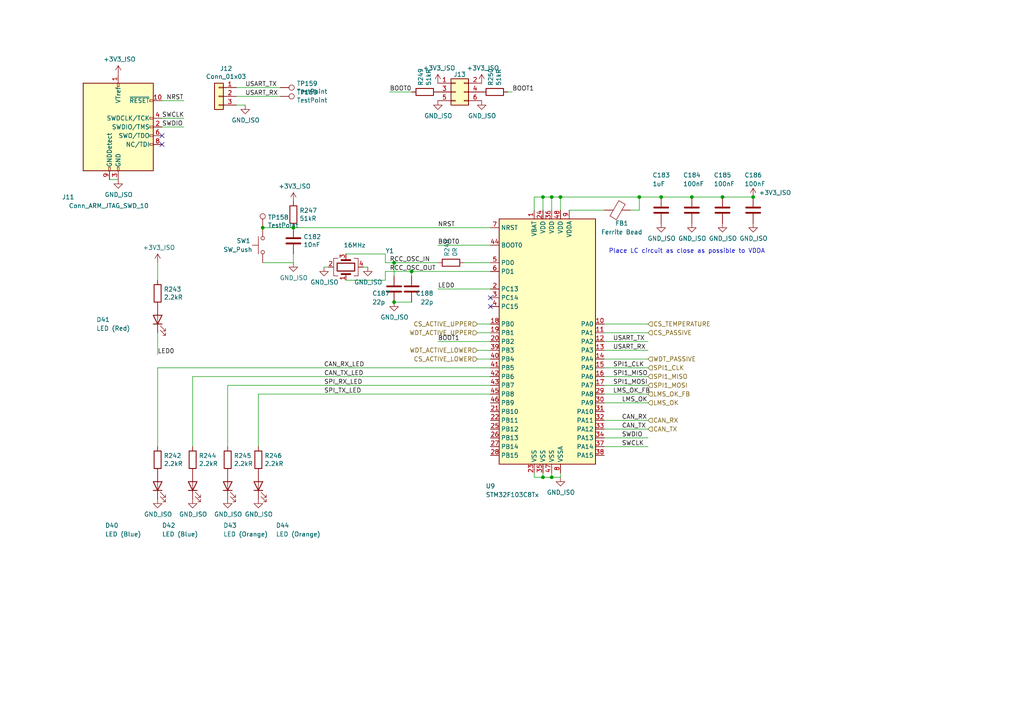
<source format=kicad_sch>
(kicad_sch (version 20211123) (generator eeschema)
  (paper "A4")
  (lib_symbols
    (symbol "+3V3_ISO_1" (power) (pin_names (offset 0))
      (property "Value" "+3V3_ISO_1" (at 0 3.556 0))
      (symbol "+3V3_ISO_1_0_1"
        (polyline (pts (xy -0.762 1.27) (xy 0 2.54)))
        (polyline (pts (xy 0 0) (xy 0 2.54)))
        (polyline (pts (xy 0 2.54) (xy 0.762 1.27)))
      )
      (symbol "+3V3_ISO_1_1_1"
        (pin power_in line (at 0 0 90) (length 0) hide (name "+3V3_ISO") (number "1"))
      )
    )
    (symbol "+3V3_ISO_2" (power) (pin_names (offset 0))
      (property "Value" "+3V3_ISO_2" (at 0 3.556 0))
      (symbol "+3V3_ISO_2_0_1"
        (polyline (pts (xy -0.762 1.27) (xy 0 2.54)))
        (polyline (pts (xy 0 0) (xy 0 2.54)))
        (polyline (pts (xy 0 2.54) (xy 0.762 1.27)))
      )
      (symbol "+3V3_ISO_2_1_1"
        (pin power_in line (at 0 0 90) (length 0) hide (name "+3V3_ISO") (number "1"))
      )
    )
    (symbol "+3V3_ISO_3" (power) (pin_names (offset 0))
      (property "Value" "+3V3_ISO_3" (at 0 3.556 0))
      (symbol "+3V3_ISO_3_0_1"
        (polyline (pts (xy -0.762 1.27) (xy 0 2.54)))
        (polyline (pts (xy 0 0) (xy 0 2.54)))
        (polyline (pts (xy 0 2.54) (xy 0.762 1.27)))
      )
      (symbol "+3V3_ISO_3_1_1"
        (pin power_in line (at 0 0 90) (length 0) hide (name "+3V3_ISO") (number "1"))
      )
    )
    (symbol "+3V3_ISO_4" (power) (pin_names (offset 0))
      (property "Value" "+3V3_ISO_4" (at 0 3.556 0))
      (symbol "+3V3_ISO_4_0_1"
        (polyline (pts (xy -0.762 1.27) (xy 0 2.54)))
        (polyline (pts (xy 0 0) (xy 0 2.54)))
        (polyline (pts (xy 0 2.54) (xy 0.762 1.27)))
      )
      (symbol "+3V3_ISO_4_1_1"
        (pin power_in line (at 0 0 90) (length 0) hide (name "+3V3_ISO") (number "1"))
      )
    )
    (symbol "+3v3_iso:+3V3_ISO" (power) (pin_names (offset 0))
      (property "Value" "+3V3_ISO" (at 0 3.556 0))
      (symbol "+3V3_ISO_0_1"
        (polyline (pts (xy -0.762 1.27) (xy 0 2.54)))
        (polyline (pts (xy 0 0) (xy 0 2.54)))
        (polyline (pts (xy 0 2.54) (xy 0.762 1.27)))
      )
      (symbol "+3V3_ISO_1_1"
        (pin power_in line (at 0 0 90) (length 0) hide (name "+3V3_ISO") (number "1"))
      )
    )
    (symbol "Connector:Conn_ARM_JTAG_SWD_10" (pin_names (offset 1.016))
      (property "Reference" "J" (at -2.54 16.51 0))
      (property "Value" "Conn_ARM_JTAG_SWD_10" (at -2.54 13.97 0))
      (symbol "Conn_ARM_JTAG_SWD_10_0_1"
        (rectangle (start -10.16 12.7) (end 10.16 -12.7) (stroke (width 0.254)) (fill (type background)))
        (rectangle (start -2.794 -12.7) (end -2.286 -11.684))
        (rectangle (start -0.254 -12.7) (end 0.254 -11.684))
        (rectangle (start -0.254 12.7) (end 0.254 11.684))
        (rectangle (start 9.144 2.286) (end 10.16 2.794))
        (rectangle (start 10.16 -2.794) (end 9.144 -2.286))
        (rectangle (start 10.16 -0.254) (end 9.144 0.254))
        (rectangle (start 10.16 7.874) (end 9.144 7.366))
      )
      (symbol "Conn_ARM_JTAG_SWD_10_1_1"
        (rectangle (start 9.144 -5.334) (end 10.16 -4.826))
        (pin power_in line (at 0 15.24 270) (length 2.54) (name "VTref") (number "1"))
        (pin open_collector line (at 12.7 7.62 180) (length 2.54) (name "~{RESET}") (number "10"))
        (pin bidirectional line (at 12.7 0 180) (length 2.54) (name "SWDIO/TMS") (number "2"))
        (pin power_in line (at 0 -15.24 90) (length 2.54) (name "GND") (number "3"))
        (pin output line (at 12.7 2.54 180) (length 2.54) (name "SWDCLK/TCK") (number "4"))
        (pin passive line (at 0 -15.24 90) (length 2.54) hide (name "GND") (number "5"))
        (pin input line (at 12.7 -2.54 180) (length 2.54) (name "SWO/TDO") (number "6"))
        (pin no_connect line (at -10.16 0 0) (length 2.54) hide (name "KEY") (number "7"))
        (pin output line (at 12.7 -5.08 180) (length 2.54) (name "NC/TDI") (number "8"))
        (pin passive line (at -2.54 -15.24 90) (length 2.54) (name "GNDDetect") (number "9"))
      )
    )
    (symbol "Connector:TestPoint" (pin_numbers hide) (pin_names (offset 0.762) hide)
      (property "Reference" "TP" (at 0 6.858 0))
      (property "Value" "TestPoint" (at 0 5.08 0))
      (symbol "TestPoint_0_1"
        (circle (center 0 3.302) (radius 0.762))
      )
      (symbol "TestPoint_1_1"
        (pin passive line (at 0 0 90) (length 2.54) (name "1") (number "1"))
      )
    )
    (symbol "Connector_Generic:Conn_01x03" (pin_names (offset 1.016) hide)
      (property "Reference" "J" (at 0 5.08 0))
      (property "Value" "Conn_01x03" (at 0 -5.08 0))
      (symbol "Conn_01x03_1_1"
        (rectangle (start -1.27 -2.413) (end 0 -2.667) (stroke (width 0.1524)))
        (rectangle (start -1.27 0.127) (end 0 -0.127) (stroke (width 0.1524)))
        (rectangle (start -1.27 2.667) (end 0 2.413) (stroke (width 0.1524)))
        (rectangle (start -1.27 3.81) (end 1.27 -3.81) (stroke (width 0.254)) (fill (type background)))
        (pin passive line (at -5.08 2.54 0) (length 3.81) (name "Pin_1") (number "1"))
        (pin passive line (at -5.08 0 0) (length 3.81) (name "Pin_2") (number "2"))
        (pin passive line (at -5.08 -2.54 0) (length 3.81) (name "Pin_3") (number "3"))
      )
    )
    (symbol "Connector_Generic:Conn_02x03_Odd_Even" (pin_names (offset 1.016) hide)
      (property "Reference" "J" (at 1.27 5.08 0))
      (property "Value" "Conn_02x03_Odd_Even" (at 1.27 -5.08 0))
      (symbol "Conn_02x03_Odd_Even_1_1"
        (rectangle (start -1.27 -2.413) (end 0 -2.667) (stroke (width 0.1524)))
        (rectangle (start -1.27 0.127) (end 0 -0.127) (stroke (width 0.1524)))
        (rectangle (start -1.27 2.667) (end 0 2.413) (stroke (width 0.1524)))
        (rectangle (start -1.27 3.81) (end 3.81 -3.81) (stroke (width 0.254)) (fill (type background)))
        (rectangle (start 3.81 -2.413) (end 2.54 -2.667) (stroke (width 0.1524)))
        (rectangle (start 3.81 0.127) (end 2.54 -0.127) (stroke (width 0.1524)))
        (rectangle (start 3.81 2.667) (end 2.54 2.413) (stroke (width 0.1524)))
        (pin passive line (at -5.08 2.54 0) (length 3.81) (name "Pin_1") (number "1"))
        (pin passive line (at 7.62 2.54 180) (length 3.81) (name "Pin_2") (number "2"))
        (pin passive line (at -5.08 0 0) (length 3.81) (name "Pin_3") (number "3"))
        (pin passive line (at 7.62 0 180) (length 3.81) (name "Pin_4") (number "4"))
        (pin passive line (at -5.08 -2.54 0) (length 3.81) (name "Pin_5") (number "5"))
        (pin passive line (at 7.62 -2.54 180) (length 3.81) (name "Pin_6") (number "6"))
      )
    )
    (symbol "Device:C" (pin_numbers hide) (pin_names (offset 0.254))
      (property "Reference" "C" (at 0.635 2.54 0))
      (property "Value" "C" (at 0.635 -2.54 0))
      (symbol "C_0_1"
        (polyline (pts (xy -2.032 -0.762) (xy 2.032 -0.762)) (stroke (width 0.508)))
        (polyline (pts (xy -2.032 0.762) (xy 2.032 0.762)) (stroke (width 0.508)))
      )
      (symbol "C_1_1"
        (pin passive line (at 0 3.81 270) (length 2.794) (name "~") (number "1"))
        (pin passive line (at 0 -3.81 90) (length 2.794) (name "~") (number "2"))
      )
    )
    (symbol "Device:Crystal_GND24" (pin_names (offset 1.016) hide)
      (property "Reference" "Y" (at 3.175 5.08 0))
      (property "Value" "Crystal_GND24" (at 3.175 3.175 0))
      (symbol "Crystal_GND24_0_1"
        (rectangle (start -1.143 2.54) (end 1.143 -2.54) (stroke (width 0.3048)))
        (polyline (pts (xy -2.54 0) (xy -2.032 0)))
        (polyline (pts (xy -2.032 -1.27) (xy -2.032 1.27)) (stroke (width 0.508)))
        (polyline (pts (xy 0 -3.81) (xy 0 -3.556)))
        (polyline (pts (xy 0 3.556) (xy 0 3.81)))
        (polyline (pts (xy 2.032 -1.27) (xy 2.032 1.27)) (stroke (width 0.508)))
        (polyline (pts (xy 2.032 0) (xy 2.54 0)))
        (polyline (pts (xy -2.54 -2.286) (xy -2.54 -3.556) (xy 2.54 -3.556) (xy 2.54 -2.286)))
        (polyline (pts (xy -2.54 2.286) (xy -2.54 3.556) (xy 2.54 3.556) (xy 2.54 2.286)))
      )
      (symbol "Crystal_GND24_1_1"
        (pin passive line (at -3.81 0 0) (length 1.27) (name "1") (number "1"))
        (pin passive line (at 0 5.08 270) (length 1.27) (name "2") (number "2"))
        (pin passive line (at 3.81 0 180) (length 1.27) (name "3") (number "3"))
        (pin passive line (at 0 -5.08 90) (length 1.27) (name "4") (number "4"))
      )
    )
    (symbol "Device:FerriteBead" (pin_numbers hide) (pin_names (offset 0))
      (property "Reference" "FB" (at -3.81 0.635 90))
      (property "Value" "FerriteBead" (at 3.81 0 90))
      (symbol "FerriteBead_0_1"
        (polyline (pts (xy 0 -1.27) (xy 0 -1.2192)))
        (polyline (pts (xy 0 1.27) (xy 0 1.2954)))
        (polyline (pts (xy -2.7686 0.4064) (xy -1.7018 2.2606) (xy 2.7686 -0.3048) (xy 1.6764 -2.159) (xy -2.7686 0.4064)))
      )
      (symbol "FerriteBead_1_1"
        (pin passive line (at 0 3.81 270) (length 2.54) (name "~") (number "1"))
        (pin passive line (at 0 -3.81 90) (length 2.54) (name "~") (number "2"))
      )
    )
    (symbol "Device:LED" (pin_numbers hide) (pin_names (offset 1.016) hide)
      (property "Reference" "D" (at 0 2.54 0))
      (property "Value" "LED" (at 0 -2.54 0))
      (symbol "LED_0_1"
        (polyline (pts (xy -1.27 -1.27) (xy -1.27 1.27)) (stroke (width 0.254)))
        (polyline (pts (xy -1.27 0) (xy 1.27 0)))
        (polyline (pts (xy 1.27 -1.27) (xy 1.27 1.27) (xy -1.27 0) (xy 1.27 -1.27)) (stroke (width 0.254)))
        (polyline (pts (xy -3.048 -0.762) (xy -4.572 -2.286) (xy -3.81 -2.286) (xy -4.572 -2.286) (xy -4.572 -1.524)))
        (polyline (pts (xy -1.778 -0.762) (xy -3.302 -2.286) (xy -2.54 -2.286) (xy -3.302 -2.286) (xy -3.302 -1.524)))
      )
      (symbol "LED_1_1"
        (pin passive line (at -3.81 0 0) (length 2.54) (name "K") (number "1"))
        (pin passive line (at 3.81 0 180) (length 2.54) (name "A") (number "2"))
      )
    )
    (symbol "Device:R" (pin_numbers hide) (pin_names (offset 0))
      (property "Reference" "R" (at 2.032 0 90))
      (property "Value" "R" (at 0 0 90))
      (symbol "R_0_1"
        (rectangle (start -1.016 -2.54) (end 1.016 2.54) (stroke (width 0.254)))
      )
      (symbol "R_1_1"
        (pin passive line (at 0 3.81 270) (length 1.27) (name "~") (number "1"))
        (pin passive line (at 0 -3.81 90) (length 1.27) (name "~") (number "2"))
      )
    )
    (symbol "GND_ISO_1" (power) (pin_names (offset 0))
      (property "Value" "GND_ISO_1" (at 0 -3.81 0))
      (symbol "GND_ISO_1_0_1"
        (polyline (pts (xy 0 0) (xy 0 -1.27) (xy 1.27 -1.27) (xy 0 -2.54) (xy -1.27 -1.27) (xy 0 -1.27)))
      )
      (symbol "GND_ISO_1_1_1"
        (pin power_in line (at 0 0 270) (length 0) hide (name "GND_ISO") (number "1"))
      )
    )
    (symbol "GND_ISO_10" (power) (pin_names (offset 0))
      (property "Value" "GND_ISO_10" (at 0 -3.81 0))
      (symbol "GND_ISO_10_0_1"
        (polyline (pts (xy 0 0) (xy 0 -1.27) (xy 1.27 -1.27) (xy 0 -2.54) (xy -1.27 -1.27) (xy 0 -1.27)))
      )
      (symbol "GND_ISO_10_1_1"
        (pin power_in line (at 0 0 270) (length 0) hide (name "GND_ISO") (number "1"))
      )
    )
    (symbol "GND_ISO_11" (power) (pin_names (offset 0))
      (property "Value" "GND_ISO_11" (at 0 -3.81 0))
      (symbol "GND_ISO_11_0_1"
        (polyline (pts (xy 0 0) (xy 0 -1.27) (xy 1.27 -1.27) (xy 0 -2.54) (xy -1.27 -1.27) (xy 0 -1.27)))
      )
      (symbol "GND_ISO_11_1_1"
        (pin power_in line (at 0 0 270) (length 0) hide (name "GND_ISO") (number "1"))
      )
    )
    (symbol "GND_ISO_12" (power) (pin_names (offset 0))
      (property "Value" "GND_ISO_12" (at 0 -3.81 0))
      (symbol "GND_ISO_12_0_1"
        (polyline (pts (xy 0 0) (xy 0 -1.27) (xy 1.27 -1.27) (xy 0 -2.54) (xy -1.27 -1.27) (xy 0 -1.27)))
      )
      (symbol "GND_ISO_12_1_1"
        (pin power_in line (at 0 0 270) (length 0) hide (name "GND_ISO") (number "1"))
      )
    )
    (symbol "GND_ISO_13" (power) (pin_names (offset 0))
      (property "Value" "GND_ISO_13" (at 0 -3.81 0))
      (symbol "GND_ISO_13_0_1"
        (polyline (pts (xy 0 0) (xy 0 -1.27) (xy 1.27 -1.27) (xy 0 -2.54) (xy -1.27 -1.27) (xy 0 -1.27)))
      )
      (symbol "GND_ISO_13_1_1"
        (pin power_in line (at 0 0 270) (length 0) hide (name "GND_ISO") (number "1"))
      )
    )
    (symbol "GND_ISO_14" (power) (pin_names (offset 0))
      (property "Value" "GND_ISO_14" (at 0 -3.81 0))
      (symbol "GND_ISO_14_0_1"
        (polyline (pts (xy 0 0) (xy 0 -1.27) (xy 1.27 -1.27) (xy 0 -2.54) (xy -1.27 -1.27) (xy 0 -1.27)))
      )
      (symbol "GND_ISO_14_1_1"
        (pin power_in line (at 0 0 270) (length 0) hide (name "GND_ISO") (number "1"))
      )
    )
    (symbol "GND_ISO_16" (power) (pin_names (offset 0))
      (property "Value" "GND_ISO_16" (at 0 -3.81 0))
      (symbol "GND_ISO_16_0_1"
        (polyline (pts (xy 0 0) (xy 0 -1.27) (xy 1.27 -1.27) (xy 0 -2.54) (xy -1.27 -1.27) (xy 0 -1.27)))
      )
      (symbol "GND_ISO_16_1_1"
        (pin power_in line (at 0 0 270) (length 0) hide (name "GND_ISO") (number "1"))
      )
    )
    (symbol "GND_ISO_17" (power) (pin_names (offset 0))
      (property "Value" "GND_ISO_17" (at 0 -3.81 0))
      (symbol "GND_ISO_17_0_1"
        (polyline (pts (xy 0 0) (xy 0 -1.27) (xy 1.27 -1.27) (xy 0 -2.54) (xy -1.27 -1.27) (xy 0 -1.27)))
      )
      (symbol "GND_ISO_17_1_1"
        (pin power_in line (at 0 0 270) (length 0) hide (name "GND_ISO") (number "1"))
      )
    )
    (symbol "GND_ISO_2" (power) (pin_names (offset 0))
      (property "Value" "GND_ISO_2" (at 0 -3.81 0))
      (symbol "GND_ISO_2_0_1"
        (polyline (pts (xy 0 0) (xy 0 -1.27) (xy 1.27 -1.27) (xy 0 -2.54) (xy -1.27 -1.27) (xy 0 -1.27)))
      )
      (symbol "GND_ISO_2_1_1"
        (pin power_in line (at 0 0 270) (length 0) hide (name "GND_ISO") (number "1"))
      )
    )
    (symbol "GND_ISO_3" (power) (pin_names (offset 0))
      (property "Value" "GND_ISO_3" (at 0 -3.81 0))
      (symbol "GND_ISO_3_0_1"
        (polyline (pts (xy 0 0) (xy 0 -1.27) (xy 1.27 -1.27) (xy 0 -2.54) (xy -1.27 -1.27) (xy 0 -1.27)))
      )
      (symbol "GND_ISO_3_1_1"
        (pin power_in line (at 0 0 270) (length 0) hide (name "GND_ISO") (number "1"))
      )
    )
    (symbol "GND_ISO_4" (power) (pin_names (offset 0))
      (property "Value" "GND_ISO_4" (at 0 -3.81 0))
      (symbol "GND_ISO_4_0_1"
        (polyline (pts (xy 0 0) (xy 0 -1.27) (xy 1.27 -1.27) (xy 0 -2.54) (xy -1.27 -1.27) (xy 0 -1.27)))
      )
      (symbol "GND_ISO_4_1_1"
        (pin power_in line (at 0 0 270) (length 0) hide (name "GND_ISO") (number "1"))
      )
    )
    (symbol "GND_ISO_5" (power) (pin_names (offset 0))
      (property "Value" "GND_ISO_5" (at 0 -3.81 0))
      (symbol "GND_ISO_5_0_1"
        (polyline (pts (xy 0 0) (xy 0 -1.27) (xy 1.27 -1.27) (xy 0 -2.54) (xy -1.27 -1.27) (xy 0 -1.27)))
      )
      (symbol "GND_ISO_5_1_1"
        (pin power_in line (at 0 0 270) (length 0) hide (name "GND_ISO") (number "1"))
      )
    )
    (symbol "GND_ISO_6" (power) (pin_names (offset 0))
      (property "Value" "GND_ISO_6" (at 0 -3.81 0))
      (symbol "GND_ISO_6_0_1"
        (polyline (pts (xy 0 0) (xy 0 -1.27) (xy 1.27 -1.27) (xy 0 -2.54) (xy -1.27 -1.27) (xy 0 -1.27)))
      )
      (symbol "GND_ISO_6_1_1"
        (pin power_in line (at 0 0 270) (length 0) hide (name "GND_ISO") (number "1"))
      )
    )
    (symbol "GND_ISO_7" (power) (pin_names (offset 0))
      (property "Value" "GND_ISO_7" (at 0 -3.81 0))
      (symbol "GND_ISO_7_0_1"
        (polyline (pts (xy 0 0) (xy 0 -1.27) (xy 1.27 -1.27) (xy 0 -2.54) (xy -1.27 -1.27) (xy 0 -1.27)))
      )
      (symbol "GND_ISO_7_1_1"
        (pin power_in line (at 0 0 270) (length 0) hide (name "GND_ISO") (number "1"))
      )
    )
    (symbol "GND_ISO_8" (power) (pin_names (offset 0))
      (property "Value" "GND_ISO_8" (at 0 -3.81 0))
      (symbol "GND_ISO_8_0_1"
        (polyline (pts (xy 0 0) (xy 0 -1.27) (xy 1.27 -1.27) (xy 0 -2.54) (xy -1.27 -1.27) (xy 0 -1.27)))
      )
      (symbol "GND_ISO_8_1_1"
        (pin power_in line (at 0 0 270) (length 0) hide (name "GND_ISO") (number "1"))
      )
    )
    (symbol "GND_ISO_9" (power) (pin_names (offset 0))
      (property "Value" "GND_ISO_9" (at 0 -3.81 0))
      (symbol "GND_ISO_9_0_1"
        (polyline (pts (xy 0 0) (xy 0 -1.27) (xy 1.27 -1.27) (xy 0 -2.54) (xy -1.27 -1.27) (xy 0 -1.27)))
      )
      (symbol "GND_ISO_9_1_1"
        (pin power_in line (at 0 0 270) (length 0) hide (name "GND_ISO") (number "1"))
      )
    )
    (symbol "MCU_ST_STM32F1:STM32F103C8Tx"
      (property "Reference" "U" (at -15.24 36.83 0))
      (property "Value" "STM32F103C8Tx" (at 7.62 36.83 0))
      (symbol "STM32F103C8Tx_0_1"
        (rectangle (start -15.24 -35.56) (end 12.7 35.56) (stroke (width 0.254)) (fill (type background)))
      )
      (symbol "STM32F103C8Tx_1_1"
        (pin power_in line (at -5.08 38.1 270) (length 2.54) (name "VBAT") (number "1"))
        (pin bidirectional line (at 15.24 5.08 180) (length 2.54) (name "PA0") (number "10"))
        (pin bidirectional line (at 15.24 2.54 180) (length 2.54) (name "PA1") (number "11"))
        (pin bidirectional line (at 15.24 0 180) (length 2.54) (name "PA2") (number "12"))
        (pin bidirectional line (at 15.24 -2.54 180) (length 2.54) (name "PA3") (number "13"))
        (pin bidirectional line (at 15.24 -5.08 180) (length 2.54) (name "PA4") (number "14"))
        (pin bidirectional line (at 15.24 -7.62 180) (length 2.54) (name "PA5") (number "15"))
        (pin bidirectional line (at 15.24 -10.16 180) (length 2.54) (name "PA6") (number "16"))
        (pin bidirectional line (at 15.24 -12.7 180) (length 2.54) (name "PA7") (number "17"))
        (pin bidirectional line (at -17.78 5.08 0) (length 2.54) (name "PB0") (number "18"))
        (pin bidirectional line (at -17.78 2.54 0) (length 2.54) (name "PB1") (number "19"))
        (pin bidirectional line (at -17.78 15.24 0) (length 2.54) (name "PC13") (number "2"))
        (pin bidirectional line (at -17.78 0 0) (length 2.54) (name "PB2") (number "20"))
        (pin bidirectional line (at -17.78 -20.32 0) (length 2.54) (name "PB10") (number "21"))
        (pin bidirectional line (at -17.78 -22.86 0) (length 2.54) (name "PB11") (number "22"))
        (pin power_in line (at -5.08 -38.1 90) (length 2.54) (name "VSS") (number "23"))
        (pin power_in line (at -2.54 38.1 270) (length 2.54) (name "VDD") (number "24"))
        (pin bidirectional line (at -17.78 -25.4 0) (length 2.54) (name "PB12") (number "25"))
        (pin bidirectional line (at -17.78 -27.94 0) (length 2.54) (name "PB13") (number "26"))
        (pin bidirectional line (at -17.78 -30.48 0) (length 2.54) (name "PB14") (number "27"))
        (pin bidirectional line (at -17.78 -33.02 0) (length 2.54) (name "PB15") (number "28"))
        (pin bidirectional line (at 15.24 -15.24 180) (length 2.54) (name "PA8") (number "29"))
        (pin bidirectional line (at -17.78 12.7 0) (length 2.54) (name "PC14") (number "3"))
        (pin bidirectional line (at 15.24 -17.78 180) (length 2.54) (name "PA9") (number "30"))
        (pin bidirectional line (at 15.24 -20.32 180) (length 2.54) (name "PA10") (number "31"))
        (pin bidirectional line (at 15.24 -22.86 180) (length 2.54) (name "PA11") (number "32"))
        (pin bidirectional line (at 15.24 -25.4 180) (length 2.54) (name "PA12") (number "33"))
        (pin bidirectional line (at 15.24 -27.94 180) (length 2.54) (name "PA13") (number "34"))
        (pin power_in line (at -2.54 -38.1 90) (length 2.54) (name "VSS") (number "35"))
        (pin power_in line (at 0 38.1 270) (length 2.54) (name "VDD") (number "36"))
        (pin bidirectional line (at 15.24 -30.48 180) (length 2.54) (name "PA14") (number "37"))
        (pin bidirectional line (at 15.24 -33.02 180) (length 2.54) (name "PA15") (number "38"))
        (pin bidirectional line (at -17.78 -2.54 0) (length 2.54) (name "PB3") (number "39"))
        (pin bidirectional line (at -17.78 10.16 0) (length 2.54) (name "PC15") (number "4"))
        (pin bidirectional line (at -17.78 -5.08 0) (length 2.54) (name "PB4") (number "40"))
        (pin bidirectional line (at -17.78 -7.62 0) (length 2.54) (name "PB5") (number "41"))
        (pin bidirectional line (at -17.78 -10.16 0) (length 2.54) (name "PB6") (number "42"))
        (pin bidirectional line (at -17.78 -12.7 0) (length 2.54) (name "PB7") (number "43"))
        (pin input line (at -17.78 27.94 0) (length 2.54) (name "BOOT0") (number "44"))
        (pin bidirectional line (at -17.78 -15.24 0) (length 2.54) (name "PB8") (number "45"))
        (pin bidirectional line (at -17.78 -17.78 0) (length 2.54) (name "PB9") (number "46"))
        (pin power_in line (at 0 -38.1 90) (length 2.54) (name "VSS") (number "47"))
        (pin power_in line (at 2.54 38.1 270) (length 2.54) (name "VDD") (number "48"))
        (pin input line (at -17.78 22.86 0) (length 2.54) (name "PD0") (number "5"))
        (pin input line (at -17.78 20.32 0) (length 2.54) (name "PD1") (number "6"))
        (pin input line (at -17.78 33.02 0) (length 2.54) (name "NRST") (number "7"))
        (pin power_in line (at 2.54 -38.1 90) (length 2.54) (name "VSSA") (number "8"))
        (pin power_in line (at 5.08 38.1 270) (length 2.54) (name "VDDA") (number "9"))
      )
    )
    (symbol "Switch:SW_Push" (pin_numbers hide) (pin_names (offset 1.016) hide)
      (property "Reference" "SW" (at 1.27 2.54 0))
      (property "Value" "SW_Push" (at 0 -1.524 0))
      (symbol "SW_Push_0_1"
        (circle (center -2.032 0) (radius 0.508))
        (polyline (pts (xy 0 1.27) (xy 0 3.048)))
        (polyline (pts (xy 2.54 1.27) (xy -2.54 1.27)))
        (circle (center 2.032 0) (radius 0.508))
        (pin passive line (at -5.08 0 0) (length 2.54) (name "1") (number "1"))
        (pin passive line (at 5.08 0 180) (length 2.54) (name "2") (number "2"))
      )
    )
    (symbol "gnd_iso:GND_ISO" (power) (pin_names (offset 0))
      (property "Value" "GND_ISO" (at 0 -3.81 0))
      (symbol "GND_ISO_0_1"
        (polyline (pts (xy 0 0) (xy 0 -1.27) (xy 1.27 -1.27) (xy 0 -2.54) (xy -1.27 -1.27) (xy 0 -1.27)))
      )
      (symbol "GND_ISO_1_1"
        (pin power_in line (at 0 0 270) (length 0) hide (name "GND_ISO") (number "1"))
      )
    )
  )
  (junction (at 160.02 138.43))
  (junction (at 191.77 57.15))
  (junction (at 76.2 66.04))
  (junction (at 85.09 66.04))
  (junction (at 162.56 57.15))
  (junction (at 157.48 138.43))
  (junction (at 218.44 57.15))
  (junction (at 157.48 57.15))
  (junction (at 160.02 57.15))
  (junction (at 209.55 57.15))
  (junction (at 200.66 57.15))
  (junction (at 119.38 78.74))
  (junction (at 114.3 87.63))
  (junction (at 185.42 57.15))
  (junction (at 114.3 76.2))
  (no_connect (at 142.24 86.36))
  (no_connect (at 142.24 88.9))
  (no_connect (at 46.99 41.91))
  (no_connect (at 46.99 39.37))
  (wire (pts (xy 175.26 129.54) (xy 187.96 129.54)))
  (wire (pts (xy 147.32 26.67) (xy 148.59 26.67)))
  (wire (pts (xy 55.88 109.22) (xy 142.24 109.22)))
  (wire (pts (xy 162.56 137.16) (xy 162.56 138.43)))
  (wire (pts (xy 66.04 111.76) (xy 66.04 129.54)))
  (wire (pts (xy 111.76 73.66) (xy 100.33 73.66)))
  (wire (pts (xy 45.72 76.2) (xy 45.72 81.28)))
  (wire (pts (xy 113.03 26.67) (xy 119.38 26.67)))
  (wire (pts (xy 111.76 81.28) (xy 111.76 78.74)))
  (wire (pts (xy 45.72 106.68) (xy 142.24 106.68)))
  (wire (pts (xy 162.56 57.15) (xy 160.02 57.15)))
  (wire (pts (xy 76.2 76.2) (xy 85.09 76.2)))
  (wire (pts (xy 46.99 29.21) (xy 53.34 29.21)))
  (wire (pts (xy 160.02 60.96) (xy 160.02 57.15)))
  (wire (pts (xy 175.26 121.92) (xy 187.96 121.92)))
  (wire (pts (xy 191.77 57.15) (xy 200.66 57.15)))
  (wire (pts (xy 209.55 57.15) (xy 218.44 57.15)))
  (wire (pts (xy 74.93 129.54) (xy 74.93 114.3)))
  (wire (pts (xy 55.88 129.54) (xy 55.88 109.22)))
  (wire (pts (xy 160.02 137.16) (xy 160.02 138.43)))
  (wire (pts (xy 157.48 138.43) (xy 160.02 138.43)))
  (wire (pts (xy 160.02 57.15) (xy 157.48 57.15)))
  (wire (pts (xy 187.96 109.22) (xy 175.26 109.22)))
  (wire (pts (xy 68.58 25.4) (xy 81.28 25.4)))
  (wire (pts (xy 175.26 111.76) (xy 187.96 111.76)))
  (wire (pts (xy 134.62 76.2) (xy 142.24 76.2)))
  (wire (pts (xy 157.48 137.16) (xy 157.48 138.43)))
  (wire (pts (xy 85.09 66.04) (xy 142.24 66.04)))
  (wire (pts (xy 154.94 137.16) (xy 154.94 138.43)))
  (wire (pts (xy 127 71.12) (xy 142.24 71.12)))
  (wire (pts (xy 100.33 81.28) (xy 111.76 81.28)))
  (wire (pts (xy 187.96 114.3) (xy 175.26 114.3)))
  (wire (pts (xy 68.58 27.94) (xy 81.28 27.94)))
  (wire (pts (xy 46.99 36.83) (xy 53.34 36.83)))
  (wire (pts (xy 68.58 30.48) (xy 71.12 30.48)))
  (wire (pts (xy 106.68 77.47) (xy 105.41 77.47)))
  (wire (pts (xy 142.24 111.76) (xy 66.04 111.76)))
  (wire (pts (xy 114.3 76.2) (xy 114.3 80.01)))
  (wire (pts (xy 138.43 96.52) (xy 142.24 96.52)))
  (wire (pts (xy 31.75 52.07) (xy 34.29 52.07)))
  (wire (pts (xy 114.3 76.2) (xy 127 76.2)))
  (wire (pts (xy 157.48 60.96) (xy 157.48 57.15)))
  (wire (pts (xy 175.26 101.6) (xy 187.96 101.6)))
  (wire (pts (xy 127 99.06) (xy 142.24 99.06)))
  (wire (pts (xy 187.96 93.98) (xy 175.26 93.98)))
  (wire (pts (xy 138.43 93.98) (xy 142.24 93.98)))
  (wire (pts (xy 185.42 57.15) (xy 191.77 57.15)))
  (wire (pts (xy 45.72 106.68) (xy 45.72 129.54)))
  (wire (pts (xy 182.88 60.96) (xy 185.42 60.96)))
  (wire (pts (xy 93.98 77.47) (xy 95.25 77.47)))
  (wire (pts (xy 175.26 60.96) (xy 165.1 60.96)))
  (wire (pts (xy 114.3 87.63) (xy 119.38 87.63)))
  (wire (pts (xy 45.72 96.52) (xy 45.72 102.87)))
  (wire (pts (xy 187.96 104.14) (xy 175.26 104.14)))
  (wire (pts (xy 138.43 101.6) (xy 142.24 101.6)))
  (wire (pts (xy 157.48 57.15) (xy 154.94 57.15)))
  (wire (pts (xy 175.26 127) (xy 187.96 127)))
  (wire (pts (xy 138.43 104.14) (xy 142.24 104.14)))
  (wire (pts (xy 119.38 78.74) (xy 142.24 78.74)))
  (wire (pts (xy 85.09 76.2) (xy 85.09 73.66)))
  (wire (pts (xy 74.93 114.3) (xy 142.24 114.3)))
  (wire (pts (xy 111.76 76.2) (xy 114.3 76.2)))
  (wire (pts (xy 200.66 57.15) (xy 209.55 57.15)))
  (wire (pts (xy 119.38 78.74) (xy 119.38 80.01)))
  (wire (pts (xy 46.99 34.29) (xy 53.34 34.29)))
  (wire (pts (xy 187.96 116.84) (xy 175.26 116.84)))
  (wire (pts (xy 160.02 138.43) (xy 162.56 138.43)))
  (wire (pts (xy 175.26 96.52) (xy 187.96 96.52)))
  (wire (pts (xy 175.26 99.06) (xy 187.96 99.06)))
  (wire (pts (xy 111.76 78.74) (xy 119.38 78.74)))
  (wire (pts (xy 111.76 76.2) (xy 111.76 73.66)))
  (wire (pts (xy 162.56 60.96) (xy 162.56 57.15)))
  (wire (pts (xy 154.94 138.43) (xy 157.48 138.43)))
  (wire (pts (xy 175.26 106.68) (xy 187.96 106.68)))
  (wire (pts (xy 154.94 57.15) (xy 154.94 60.96)))
  (wire (pts (xy 142.24 83.82) (xy 127 83.82)))
  (wire (pts (xy 162.56 57.15) (xy 185.42 57.15)))
  (wire (pts (xy 85.09 66.04) (xy 76.2 66.04)))
  (wire (pts (xy 185.42 60.96) (xy 185.42 57.15)))
  (wire (pts (xy 175.26 124.46) (xy 187.96 124.46)))
  (text "Place LC circuit as close as possible to VDDA" (at 176.53 73.66 0) (effects (font (size 1.27 1.27)) (justify left bottom)))
  (label "SWDIO" (at 46.99 36.83 0))
  (label "SPI1_MOSI" (at 177.8 111.76 0))
  (label "CAN_RX" (at 180.34 121.92 0))
  (label "SWCLK" (at 46.99 34.29 0))
  (label "BOOT1" (at 127 99.06 0))
  (label "LED0" (at 127 83.82 0))
  (label "BOOT1" (at 148.59 26.67 0))
  (label "CAN_TX_LED" (at 93.98 109.22 0))
  (label "LMS_OK_FB" (at 177.8 114.3 0))
  (label "RCC_OSC_OUT" (at 113.03 78.74 0))
  (label "BOOT0" (at 113.03 26.67 0))
  (label "LMS_OK" (at 180.34 116.84 0))
  (label "SPI1_CLK" (at 177.8 106.68 0))
  (label "USART_TX" (at 71.12 25.4 0))
  (label "SPI1_MISO" (at 177.8 109.22 0))
  (label "SWCLK" (at 180.34 129.54 0))
  (label "SWDIO" (at 180.34 127 0))
  (label "LED0" (at 45.72 102.87 0))
  (label "CAN_TX" (at 180.34 124.46 0))
  (label "SPI_RX_LED" (at 93.98 111.76 0))
  (label "CAN_RX_LED" (at 93.937 106.68 0))
  (label "USART_TX" (at 177.8 99.06 0))
  (label "NRST" (at 127 66.04 0))
  (label "USART_RX" (at 71.12 27.94 0))
  (label "NRST" (at 48.26 29.21 0))
  (label "RCC_OSC_IN" (at 113.03 76.2 0))
  (label "BOOT0" (at 127 71.12 0))
  (label "SPI_TX_LED" (at 93.98 114.3 0))
  (label "USART_RX" (at 177.8 101.6 0))
  (hierarchical_label "WDT_PASSIVE" (shape input) (at 187.96 104.14 0))
  (hierarchical_label "SPI1_MOSI" (shape input) (at 187.96 111.76 0))
  (hierarchical_label "WDT_ACTIVE_UPPER" (shape input) (at 138.43 96.52 180))
  (hierarchical_label "CS_ACTIVE_UPPER" (shape input) (at 138.43 93.98 180))
  (hierarchical_label "CAN_RX" (shape input) (at 187.96 121.92 0))
  (hierarchical_label "WDT_ACTIVE_LOWER" (shape input) (at 138.43 101.6 180))
  (hierarchical_label "CS_TEMPERATURE" (shape input) (at 187.96 93.98 0))
  (hierarchical_label "CS_ACTIVE_LOWER" (shape input) (at 138.43 104.14 180))
  (hierarchical_label "SPI1_MISO" (shape input) (at 187.96 109.22 0))
  (hierarchical_label "CS_PASSIVE" (shape input) (at 187.96 96.52 0))
  (hierarchical_label "LMS_OK_FB" (shape input) (at 187.96 114.3 0))
  (hierarchical_label "LMS_OK" (shape input) (at 187.96 116.84 0))
  (hierarchical_label "SPI1_CLK" (shape input) (at 187.96 106.68 0))
  (hierarchical_label "CAN_TX" (shape input) (at 187.96 124.46 0))
  (symbol (lib_id "MCU_ST_STM32F1:STM32F103C8Tx") (at 160.02 99.06 0) (unit 1)
    (property "Reference" "U9" (at 142.24 140.97 0))
    (property "Value" "STM32F103C8Tx" (at 148.59 143.51 0))
    (property "Footprint" "Package_QFP:LQFP-48_7x7mm_P0.5mm" (effects hide))
    (property "Datasheet" "http://www.st.com/st-web-ui/static/active/en/resource/technical/document/datasheet/CD00161566.pdf" (effects hide))
    (property "Part Number" "STM32F103C8Tx" (effects hide))
    (property "Manufacturer" "ST Microelectronics" (effects hide))
    (property "Mouser Part Number" "NOT AVAILABLE!" (effects hide))
    (property "Mouser URL" "NOT AVAILABLE!" (effects hide))
  )
  (symbol (lib_id "Device:FerriteBead") (at 179.07 60.96 270) (unit 1)
    (property "Reference" "FB1" (at 180.34 64.77 90))
    (property "Value" "Ferrite Bead" (at 180.34 67.31 90))
    (property "Footprint" "Inductor_SMD:L_0603_1608Metric_Pad1.05x0.95mm_HandSolder" (effects hide))
    (property "Part Number" "MMZ0603S102HT000" (effects hide))
    (property "Manufacturer" "TDK" (effects hide))
    (property "Mouser Part Number" "810-MMZ0603S102HT000" (effects hide))
    (property "Mouser URL" "https://au.mouser.com/ProductDetail/TDK/MMZ0603S102HT000?qs=sGAEpiMZZMukHu%252BjC5l7YXmIAtxpPm1GoBQpx1Hc8%2F0%3D" (effects hide))
  )
  (symbol (lib_id "Device:C") (at 191.77 60.96 0) (unit 1)
    (property "Reference" "C183" (at 189.23 50.8 0) (effects (justify left)))
    (property "Value" "1uF" (at 189.23 53.34 0) (effects (justify left)))
    (property "Footprint" "Capacitor_SMD:C_0805_2012Metric_Pad1.18x1.45mm_HandSolder" (effects hide))
    (property "Manufacturer" "-" (effects hide))
    (property "Part Number" "-" (effects hide))
  )
  (symbol (lib_id "Device:C") (at 85.09 69.85 0) (unit 1)
    (property "Reference" "C182" (at 88.011 68.6816 0) (effects (justify left)))
    (property "Value" "10nF" (at 88.011 70.993 0) (effects (justify left)))
    (property "Footprint" "Capacitor_SMD:C_0603_1608Metric_Pad1.08x0.95mm_HandSolder" (effects hide))
    (property "Part Number" "-" (effects hide))
    (property "Manufacturer" "-" (effects hide))
  )
  (symbol (lib_id "Device:R") (at 85.09 62.23 0) (unit 1)
    (property "Reference" "R247" (at 86.868 61.0616 0) (effects (justify left)))
    (property "Value" "51kR" (at 86.868 63.373 0) (effects (justify left)))
    (property "Footprint" "Resistor_SMD:R_0603_1608Metric_Pad0.98x0.95mm_HandSolder" (effects hide))
    (property "Part Number" "-" (effects hide))
    (property "Manufacturer" "-" (effects hide))
  )
  (symbol (lib_id "Switch:SW_Push") (at 76.2 71.12 90) (unit 1)
    (property "Reference" "SW1" (at 68.58 69.85 90) (effects (justify right)))
    (property "Value" "SW_Push" (at 64.77 72.39 90) (effects (justify right)))
    (property "Footprint" "Button_Switch_SMD:SW_SPST_SKQG_WithStem" (effects hide))
    (property "Part Number" "TS-1187A-C-D-B" (effects hide))
    (property "Manufacturer" "XKB " (effects hide))
  )
  (symbol (lib_id "Device:LED") (at 45.72 140.97 90) (unit 1)
    (property "Reference" "D40" (at 30.48 152.4 90) (effects (justify right)))
    (property "Value" "LED (Blue)" (at 30.48 154.94 90) (effects (justify right)))
    (property "Footprint" "LED_SMD:LED_0805_2012Metric_Pad1.15x1.40mm_HandSolder" (effects hide))
    (property "Manufacturer" "Lumex" (effects hide))
    (property "Mouser Part Number" "SML-LX0805USBC-TR" (effects hide))
    (property "Mouser URL" "https://au.mouser.com/ProductDetail/Lumex/SML-LX0805USBC-TR?qs=jywnEC9mS4F%2FCvyk4BNITw%3D%3D" (effects hide))
    (property "Part Number" "SML-LX0805USBC-TR" (effects hide))
  )
  (symbol (lib_id "Device:R") (at 45.72 133.35 0) (unit 1)
    (property "Reference" "R242" (at 47.498 132.1816 0) (effects (justify left)))
    (property "Value" "2.2kR" (at 47.498 134.493 0) (effects (justify left)))
    (property "Footprint" "Resistor_SMD:R_0603_1608Metric_Pad0.98x0.95mm_HandSolder" (effects hide))
    (property "Part Number" "-" (effects hide))
    (property "Manufacturer" "-" (effects hide))
  )
  (symbol (lib_id "Connector:TestPoint") (at 76.2 66.04 0) (unit 1)
    (property "Reference" "TP158" (at 77.6732 63.0428 0) (effects (justify left)))
    (property "Value" "TestPoint" (at 77.6732 65.3542 0) (effects (justify left)))
    (property "Footprint" "custom:TestPoint_Pad_D1.0mm" (effects hide))
    (property "Part Number" "-" (effects hide))
    (property "Manufacturer" "-" (effects hide))
    (property "Mouser Part Number" "-" (effects hide))
    (property "Mouser URL" "-" (effects hide))
  )
  (symbol (lib_id "Connector:Conn_ARM_JTAG_SWD_10") (at 34.29 36.83 0) (unit 1)
    (property "Reference" "J11" (at 21.59 57.15 0) (effects (justify right)))
    (property "Value" "Conn_ARM_JTAG_SWD_10" (at 43.18 59.69 0) (effects (justify right)))
    (property "Footprint" "Connector_PinHeader_1.27mm:PinHeader_2x05_P1.27mm_Vertical_SMD" (effects hide))
    (property "Datasheet" "http://infocenter.arm.com/help/topic/com.arm.doc.ddi0314h/DDI0314H_coresight_components_trm.pdf" (effects hide))
    (property "Manufacturer" "Samtec" (effects hide))
    (property "Part Number" "FTSH-105-01-L-DV-007-K " (effects hide))
  )
  (symbol (lib_id "Connector_Generic:Conn_01x03") (at 63.5 27.94 0) (mirror y) (unit 1)
    (property "Reference" "J12" (at 65.5828 19.8882 0))
    (property "Value" "Conn_01x03" (at 65.5828 22.1996 0))
    (property "Footprint" "Connector_PinHeader_2.54mm:PinHeader_1x03_P2.54mm_Vertical" (effects hide))
    (property "Part Number" "-" (effects hide))
    (property "Manufacturer" "-" (effects hide))
  )
  (symbol (lib_id "Connector:TestPoint") (at 81.28 25.4 270) (unit 1)
    (property "Reference" "TP159" (at 86.0552 24.2316 90) (effects (justify left)))
    (property "Value" "TestPoint" (at 86.0552 26.543 90) (effects (justify left)))
    (property "Footprint" "custom:TestPoint_Pad_D1.0mm" (effects hide))
    (property "Part Number" "-" (effects hide))
    (property "Manufacturer" "-" (effects hide))
    (property "Mouser Part Number" "-" (effects hide))
    (property "Mouser URL" "-" (effects hide))
  )
  (symbol (lib_id "Connector:TestPoint") (at 81.28 27.94 270) (unit 1)
    (property "Reference" "TP160" (at 86.0552 26.7716 90) (effects (justify left)))
    (property "Value" "TestPoint" (at 86.0552 29.083 90) (effects (justify left)))
    (property "Footprint" "custom:TestPoint_Pad_D1.0mm" (effects hide))
    (property "Part Number" "-" (effects hide))
    (property "Manufacturer" "-" (effects hide))
    (property "Mouser Part Number" "-" (effects hide))
    (property "Mouser URL" "-" (effects hide))
  )
  (symbol (lib_name "GND_ISO_8") (lib_id "gnd_iso:GND_ISO") (at 162.56 138.43 0) (unit 1)
    (property "Reference" "#PWR090" (effects hide))
    (property "Value" "GND_ISO" (at 162.687 142.8242 0))
  )
  (symbol (lib_name "GND_ISO_13") (lib_id "gnd_iso:GND_ISO") (at 74.93 144.78 0) (unit 1)
    (property "Reference" "#PWR084" (effects hide))
    (property "Value" "GND_ISO" (at 75.057 149.1742 0))
  )
  (symbol (lib_name "GND_ISO_14") (lib_id "gnd_iso:GND_ISO") (at 66.04 144.78 0) (unit 1)
    (property "Reference" "#PWR082" (effects hide))
    (property "Value" "GND_ISO" (at 66.167 149.1742 0))
  )
  (symbol (lib_name "GND_ISO_16") (lib_id "gnd_iso:GND_ISO") (at 55.88 144.78 0) (unit 1)
    (property "Reference" "#PWR081" (effects hide))
    (property "Value" "GND_ISO" (at 56.007 149.1742 0))
  )
  (symbol (lib_name "GND_ISO_17") (lib_id "gnd_iso:GND_ISO") (at 45.72 144.78 0) (unit 1)
    (property "Reference" "#PWR079" (effects hide))
    (property "Value" "GND_ISO" (at 45.847 149.1742 0))
  )
  (symbol (lib_name "GND_ISO_12") (lib_id "gnd_iso:GND_ISO") (at 106.68 77.47 0) (unit 1)
    (property "Reference" "#PWR089" (effects hide))
    (property "Value" "GND_ISO" (at 106.807 81.8642 0))
  )
  (symbol (lib_name "GND_ISO_11") (lib_id "gnd_iso:GND_ISO") (at 93.98 77.47 0) (unit 1)
    (property "Reference" "#PWR088" (effects hide))
    (property "Value" "GND_ISO" (at 94.107 81.8642 0))
  )
  (symbol (lib_name "GND_ISO_6") (lib_id "gnd_iso:GND_ISO") (at 85.09 76.2 0) (unit 1)
    (property "Reference" "#PWR086" (effects hide))
    (property "Value" "GND_ISO" (at 85.217 80.5942 0))
  )
  (symbol (lib_name "GND_ISO_2") (lib_id "gnd_iso:GND_ISO") (at 191.77 64.77 0) (unit 1)
    (property "Reference" "#PWR091" (effects hide))
    (property "Value" "GND_ISO" (at 191.897 69.1642 0))
  )
  (symbol (lib_name "GND_ISO_1") (lib_id "gnd_iso:GND_ISO") (at 200.66 64.77 0) (unit 1)
    (property "Reference" "#PWR092" (effects hide))
    (property "Value" "GND_ISO" (at 200.787 69.1642 0))
  )
  (symbol (lib_name "GND_ISO_3") (lib_id "gnd_iso:GND_ISO") (at 209.55 64.77 0) (unit 1)
    (property "Reference" "#PWR093" (effects hide))
    (property "Value" "GND_ISO" (at 209.677 69.1642 0))
  )
  (symbol (lib_name "GND_ISO_4") (lib_id "gnd_iso:GND_ISO") (at 218.44 64.77 0) (unit 1)
    (property "Reference" "#PWR095" (effects hide))
    (property "Value" "GND_ISO" (at 218.567 69.1642 0))
  )
  (symbol (lib_name "GND_ISO_10") (lib_id "gnd_iso:GND_ISO") (at 34.29 52.07 0) (unit 1)
    (property "Reference" "#PWR078" (effects hide))
    (property "Value" "GND_ISO" (at 34.417 56.4642 0))
  )
  (symbol (lib_name "GND_ISO_9") (lib_id "gnd_iso:GND_ISO") (at 71.12 30.48 0) (unit 1)
    (property "Reference" "#PWR083" (effects hide))
    (property "Value" "GND_ISO" (at 71.247 34.8742 0))
  )
  (symbol (lib_name "+3V3_ISO_1") (lib_id "+3v3_iso:+3V3_ISO") (at 218.44 57.15 0) (unit 1)
    (property "Reference" "#PWR094" (effects hide))
    (property "Value" "+3V3_ISO" (at 224.79 55.88 0))
  )
  (symbol (lib_name "+3V3_ISO_2") (lib_id "+3v3_iso:+3V3_ISO") (at 85.09 58.42 0) (unit 1)
    (property "Reference" "#PWR085" (effects hide))
    (property "Value" "+3V3_ISO" (at 85.471 54.0258 0))
  )
  (symbol (lib_id "+3v3_iso:+3V3_ISO") (at 34.29 21.59 0) (unit 1)
    (property "Reference" "#PWR077" (effects hide))
    (property "Value" "+3V3_ISO" (at 34.671 17.1958 0))
  )
  (symbol (lib_id "Device:C") (at 200.66 60.96 0) (unit 1)
    (property "Reference" "C184" (at 198.12 50.8 0) (effects (justify left)))
    (property "Value" "100nF" (at 198.12 53.34 0) (effects (justify left)))
    (property "Footprint" "Capacitor_SMD:C_0603_1608Metric_Pad1.08x0.95mm_HandSolder" (effects hide))
    (property "Part Number" "-" (effects hide))
    (property "Manufacturer" "-" (effects hide))
  )
  (symbol (lib_id "Device:C") (at 209.55 60.96 0) (unit 1)
    (property "Reference" "C185" (at 207.01 50.8 0) (effects (justify left)))
    (property "Value" "100nF" (at 207.01 53.34 0) (effects (justify left)))
    (property "Footprint" "Capacitor_SMD:C_0603_1608Metric_Pad1.08x0.95mm_HandSolder" (effects hide))
    (property "Part Number" "-" (effects hide))
    (property "Manufacturer" "-" (effects hide))
  )
  (symbol (lib_id "Device:C") (at 218.44 60.96 0) (unit 1)
    (property "Reference" "C186" (at 215.9 50.8 0) (effects (justify left)))
    (property "Value" "100nF" (at 215.9 53.34 0) (effects (justify left)))
    (property "Footprint" "Capacitor_SMD:C_0603_1608Metric_Pad1.08x0.95mm_HandSolder" (effects hide))
    (property "Part Number" "-" (effects hide))
    (property "Manufacturer" "-" (effects hide))
  )
  (symbol (lib_id "Device:R") (at 55.88 133.35 0) (unit 1)
    (property "Reference" "R244" (at 57.658 132.1816 0) (effects (justify left)))
    (property "Value" "2.2kR" (at 57.658 134.493 0) (effects (justify left)))
    (property "Footprint" "Resistor_SMD:R_0603_1608Metric_Pad0.98x0.95mm_HandSolder" (effects hide))
    (property "Part Number" "-" (effects hide))
    (property "Manufacturer" "-" (effects hide))
  )
  (symbol (lib_id "Device:R") (at 66.04 133.35 0) (unit 1)
    (property "Reference" "R245" (at 67.818 132.1816 0) (effects (justify left)))
    (property "Value" "2.2kR" (at 67.818 134.493 0) (effects (justify left)))
    (property "Footprint" "Resistor_SMD:R_0603_1608Metric_Pad0.98x0.95mm_HandSolder" (effects hide))
    (property "Part Number" "-" (effects hide))
    (property "Manufacturer" "-" (effects hide))
  )
  (symbol (lib_id "Device:R") (at 74.93 133.35 0) (unit 1)
    (property "Reference" "R246" (at 76.708 132.1816 0) (effects (justify left)))
    (property "Value" "2.2kR" (at 76.708 134.493 0) (effects (justify left)))
    (property "Footprint" "Resistor_SMD:R_0603_1608Metric_Pad0.98x0.95mm_HandSolder" (effects hide))
    (property "Part Number" "-" (effects hide))
    (property "Manufacturer" "-" (effects hide))
  )
  (symbol (lib_id "Device:LED") (at 55.88 140.97 90) (unit 1)
    (property "Reference" "D42" (at 46.99 152.4 90) (effects (justify right)))
    (property "Value" "LED (Blue)" (at 46.99 154.94 90) (effects (justify right)))
    (property "Footprint" "LED_SMD:LED_0805_2012Metric_Pad1.15x1.40mm_HandSolder" (effects hide))
    (property "Manufacturer" "Lumex" (effects hide))
    (property "Mouser Part Number" "SML-LX0805USBC-TR" (effects hide))
    (property "Mouser URL" "https://au.mouser.com/ProductDetail/Lumex/SML-LX0805USBC-TR?qs=jywnEC9mS4F%2FCvyk4BNITw%3D%3D" (effects hide))
    (property "Part Number" "SML-LX0805USBC-TR" (effects hide))
  )
  (symbol (lib_id "Device:LED") (at 66.04 140.97 90) (unit 1)
    (property "Reference" "D43" (at 64.77 152.4 90) (effects (justify right)))
    (property "Value" "LED (Orange)" (at 64.77 154.94 90) (effects (justify right)))
    (property "Footprint" "LED_SMD:LED_0805_2012Metric_Pad1.15x1.40mm_HandSolder" (effects hide))
    (property "Manufacturer" "AMS OSRAM" (effects hide))
    (property "Mouser Part Number" "720-LOR976-PS-1" (effects hide))
    (property "Mouser URL" "https://au.mouser.com/ProductDetail/ams-OSRAM/LO-R976-PS-1-0-20-R18?qs=p6VZ%252BklCkRQY6bKwpfgF7g%3D%3D" (effects hide))
    (property "Part Number" "LO R976-PS-1-0-20-R18" (effects hide))
  )
  (symbol (lib_id "Device:LED") (at 74.93 140.97 90) (unit 1)
    (property "Reference" "D44" (at 80.01 152.4 90) (effects (justify right)))
    (property "Value" "LED (Orange)" (at 80.01 154.94 90) (effects (justify right)))
    (property "Footprint" "LED_SMD:LED_0805_2012Metric_Pad1.15x1.40mm_HandSolder" (effects hide))
    (property "Manufacturer" "AMS OSRAM" (effects hide))
    (property "Mouser Part Number" "720-LOR976-PS-1" (effects hide))
    (property "Mouser URL" "https://au.mouser.com/ProductDetail/ams-OSRAM/LO-R976-PS-1-0-20-R18?qs=p6VZ%252BklCkRQY6bKwpfgF7g%3D%3D" (effects hide))
    (property "Part Number" "LO R976-PS-1-0-20-R18" (effects hide))
  )
  (symbol (lib_id "Device:R") (at 45.72 85.09 0) (unit 1)
    (property "Reference" "R243" (at 47.498 83.9216 0) (effects (justify left)))
    (property "Value" "2.2kR" (at 47.498 86.233 0) (effects (justify left)))
    (property "Footprint" "Resistor_SMD:R_0603_1608Metric_Pad0.98x0.95mm_HandSolder" (effects hide))
    (property "Part Number" "-" (effects hide))
    (property "Manufacturer" "-" (effects hide))
  )
  (symbol (lib_id "Device:LED") (at 45.72 92.71 90) (unit 1)
    (property "Reference" "D41" (at 27.94 92.71 90) (effects (justify right)))
    (property "Value" "LED (Red)" (at 27.94 95.25 90) (effects (justify right)))
    (property "Footprint" "LED_SMD:LED_0805_2012Metric_Pad1.15x1.40mm_HandSolder" (effects hide))
    (property "Manufacturer" "AMS OSRAM" (effects hide))
    (property "Mouser Part Number" "720-LSR976-NR-1" (effects hide))
    (property "Mouser URL" "https://au.mouser.com/ProductDetail/ams-OSRAM/LS-R976-NR-1-0-20-R18?qs=sGAEpiMZZMt82OzCyDsLFGbrp1fQkD8H8bij58Oys9s%3D" (effects hide))
    (property "Part Number" "LS R976-NR-1-0-20-R18" (effects hide))
  )
  (symbol (lib_name "+3V3_ISO_3") (lib_id "+3v3_iso:+3V3_ISO") (at 127 24.13 0) (unit 1)
    (property "Reference" "#PWR087" (effects hide))
    (property "Value" "+3V3_ISO" (at 127.381 19.7358 0))
  )
  (symbol (lib_id "Device:C") (at 119.38 83.82 0) (mirror y) (unit 1)
    (property "Reference" "C188" (at 125.73 85.09 0) (effects (justify left)))
    (property "Value" "22p" (at 125.73 87.63 0) (effects (justify left)))
    (property "Footprint" "Capacitor_SMD:C_0603_1608Metric_Pad1.08x0.95mm_HandSolder" (effects hide))
    (property "Part Number" "-" (effects hide))
    (property "Manufacturer" "-" (effects hide))
  )
  (symbol (lib_name "+3V3_ISO_4") (lib_id "+3v3_iso:+3V3_ISO") (at 139.7 24.13 0) (unit 1)
    (property "Reference" "#PWR097" (effects hide))
    (property "Value" "+3V3_ISO" (at 140.081 19.7358 0))
  )
  (symbol (lib_id "Device:R") (at 123.19 26.67 90) (unit 1)
    (property "Reference" "R249" (at 122.0216 24.892 0) (effects (justify left)))
    (property "Value" "51kR" (at 124.333 24.892 0) (effects (justify left)))
    (property "Footprint" "Resistor_SMD:R_0603_1608Metric_Pad0.98x0.95mm_HandSolder" (effects hide))
    (property "Part Number" "-" (effects hide))
    (property "Manufacturer" "-" (effects hide))
  )
  (symbol (lib_name "GND_ISO_5") (lib_id "gnd_iso:GND_ISO") (at 127 29.21 0) (unit 1)
    (property "Reference" "#PWR096" (effects hide))
    (property "Value" "GND_ISO" (at 127.127 33.6042 0))
  )
  (symbol (lib_id "Device:R") (at 143.51 26.67 90) (unit 1)
    (property "Reference" "R250" (at 142.3416 24.892 0) (effects (justify left)))
    (property "Value" "51kR" (at 144.653 24.892 0) (effects (justify left)))
    (property "Footprint" "Resistor_SMD:R_0603_1608Metric_Pad0.98x0.95mm_HandSolder" (effects hide))
    (property "Part Number" "-" (effects hide))
    (property "Manufacturer" "-" (effects hide))
  )
  (symbol (lib_id "Device:Crystal_GND24") (at 100.33 77.47 90) (unit 1)
    (property "Reference" "Y1" (at 113.03 72.771 90))
    (property "Value" "16MHz" (at 102.87 71.12 90))
    (property "Footprint" "Crystal:Crystal_SMD_3225-4Pin_3.2x2.5mm_HandSoldering" (effects hide))
    (property "Manufacturer" "ABRACON" (effects hide))
    (property "Part Number" "ABM8AIG-16.000MHZ-12-2Z-T3" (effects hide))
    (property "Mouser Part Number" "815-M8AIG-16-12-2ZT3" (effects hide))
    (property "Mouser URL" "https://au.mouser.com/ProductDetail/ABRACON/ABM8AIG-16000MHZ-12-2Z-T3?qs=gG6m684uYP7glnqUpaQmDA%3D%3D" (effects hide))
  )
  (symbol (lib_id "gnd_iso:GND_ISO") (at 114.3 87.63 0) (unit 1)
    (property "Reference" "#PWR0101" (effects hide))
    (property "Value" "GND_ISO" (at 114.427 92.0242 0))
  )
  (symbol (lib_name "+3V3_ISO_2") (lib_id "+3v3_iso:+3V3_ISO") (at 45.72 76.2 0) (unit 1)
    (property "Reference" "#PWR0107" (effects hide))
    (property "Value" "+3V3_ISO" (at 46.101 71.8058 0))
  )
  (symbol (lib_id "Connector_Generic:Conn_02x03_Odd_Even") (at 132.08 26.67 0) (unit 1)
    (property "Reference" "J13" (at 133.35 21.59 0))
    (property "Value" "Conn_02x03_Odd_Even" (effects hide))
    (property "Footprint" "Connector_PinHeader_2.54mm:PinHeader_2x03_P2.54mm_Vertical" (effects hide))
    (property "Manufacturer" "-" (effects hide))
    (property "Part Number" "-" (effects hide))
  )
  (symbol (lib_id "Device:C") (at 114.3 83.82 0) (unit 1)
    (property "Reference" "C187" (at 107.95 85.09 0) (effects (justify left)))
    (property "Value" "22p" (at 107.95 87.63 0) (effects (justify left)))
    (property "Footprint" "Capacitor_SMD:C_0603_1608Metric_Pad1.08x0.95mm_HandSolder" (effects hide))
    (property "Part Number" "-" (effects hide))
    (property "Manufacturer" "-" (effects hide))
  )
  (symbol (lib_id "Device:R") (at 130.81 76.2 90) (unit 1)
    (property "Reference" "R248" (at 129.6416 74.422 0) (effects (justify left)))
    (property "Value" "0R" (at 131.953 74.422 0) (effects (justify left)))
    (property "Footprint" "Resistor_SMD:R_0603_1608Metric_Pad0.98x0.95mm_HandSolder" (effects hide))
    (property "Part Number" "-" (effects hide))
    (property "Manufacturer" "-" (effects hide))
  )
  (symbol (lib_name "GND_ISO_7") (lib_id "gnd_iso:GND_ISO") (at 139.7 29.21 0) (unit 1)
    (property "Reference" "#PWR098" (effects hide))
    (property "Value" "GND_ISO" (at 139.827 33.6042 0))
  )
)
</source>
